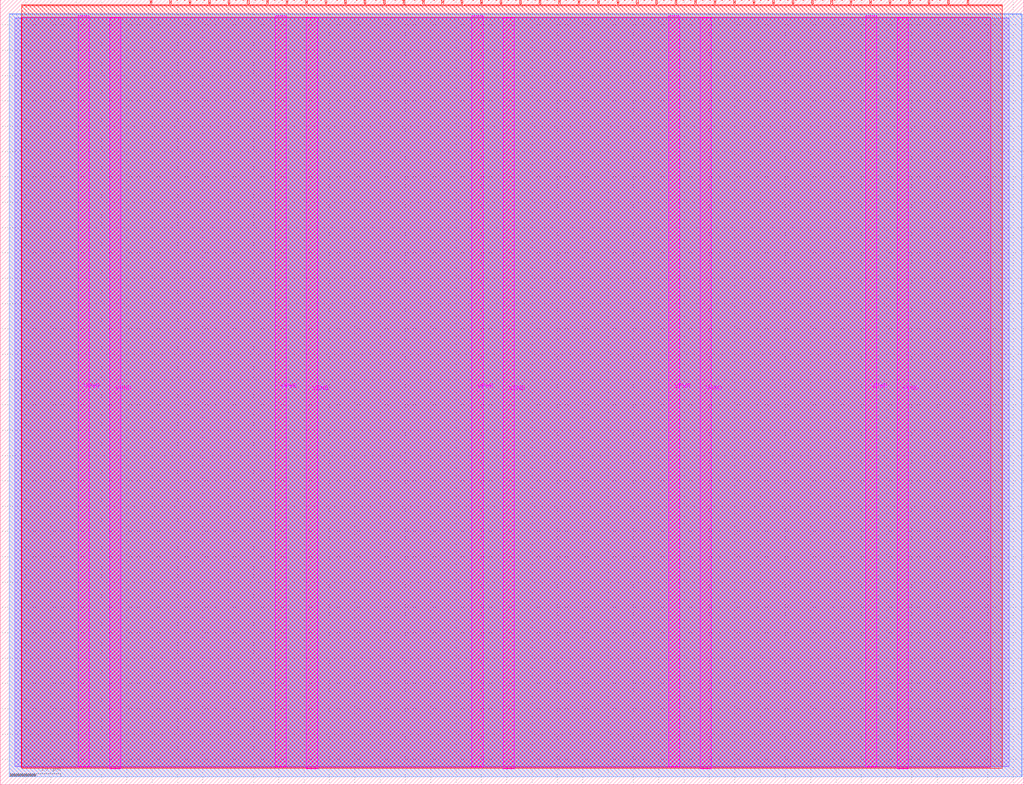
<source format=lef>
VERSION 5.7 ;
  NOWIREEXTENSIONATPIN ON ;
  DIVIDERCHAR "/" ;
  BUSBITCHARS "[]" ;
MACRO tt_um_urish_simon
  CLASS BLOCK ;
  FOREIGN tt_um_urish_simon ;
  ORIGIN 0.000 0.000 ;
  SIZE 202.080 BY 154.980 ;
  PIN VGND
    DIRECTION INOUT ;
    USE GROUND ;
    PORT
      LAYER TopMetal1 ;
        RECT 21.580 3.150 23.780 151.420 ;
    END
    PORT
      LAYER TopMetal1 ;
        RECT 60.450 3.150 62.650 151.420 ;
    END
    PORT
      LAYER TopMetal1 ;
        RECT 99.320 3.150 101.520 151.420 ;
    END
    PORT
      LAYER TopMetal1 ;
        RECT 138.190 3.150 140.390 151.420 ;
    END
    PORT
      LAYER TopMetal1 ;
        RECT 177.060 3.150 179.260 151.420 ;
    END
  END VGND
  PIN VPWR
    DIRECTION INOUT ;
    USE POWER ;
    PORT
      LAYER TopMetal1 ;
        RECT 15.380 3.560 17.580 151.830 ;
    END
    PORT
      LAYER TopMetal1 ;
        RECT 54.250 3.560 56.450 151.830 ;
    END
    PORT
      LAYER TopMetal1 ;
        RECT 93.120 3.560 95.320 151.830 ;
    END
    PORT
      LAYER TopMetal1 ;
        RECT 131.990 3.560 134.190 151.830 ;
    END
    PORT
      LAYER TopMetal1 ;
        RECT 170.860 3.560 173.060 151.830 ;
    END
  END VPWR
  PIN clk
    DIRECTION INPUT ;
    USE SIGNAL ;
    ANTENNAGATEAREA 0.226200 ;
    PORT
      LAYER Metal4 ;
        RECT 187.050 153.980 187.350 154.980 ;
    END
  END clk
  PIN ena
    DIRECTION INPUT ;
    USE SIGNAL ;
    PORT
      LAYER Metal4 ;
        RECT 190.890 153.980 191.190 154.980 ;
    END
  END ena
  PIN rst_n
    DIRECTION INPUT ;
    USE SIGNAL ;
    ANTENNAGATEAREA 0.725400 ;
    PORT
      LAYER Metal4 ;
        RECT 183.210 153.980 183.510 154.980 ;
    END
  END rst_n
  PIN ui_in[0]
    DIRECTION INPUT ;
    USE SIGNAL ;
    ANTENNAGATEAREA 0.213200 ;
    PORT
      LAYER Metal4 ;
        RECT 179.370 153.980 179.670 154.980 ;
    END
  END ui_in[0]
  PIN ui_in[1]
    DIRECTION INPUT ;
    USE SIGNAL ;
    ANTENNAGATEAREA 0.213200 ;
    PORT
      LAYER Metal4 ;
        RECT 175.530 153.980 175.830 154.980 ;
    END
  END ui_in[1]
  PIN ui_in[2]
    DIRECTION INPUT ;
    USE SIGNAL ;
    ANTENNAGATEAREA 0.213200 ;
    PORT
      LAYER Metal4 ;
        RECT 171.690 153.980 171.990 154.980 ;
    END
  END ui_in[2]
  PIN ui_in[3]
    DIRECTION INPUT ;
    USE SIGNAL ;
    ANTENNAGATEAREA 0.180700 ;
    PORT
      LAYER Metal4 ;
        RECT 167.850 153.980 168.150 154.980 ;
    END
  END ui_in[3]
  PIN ui_in[4]
    DIRECTION INPUT ;
    USE SIGNAL ;
    ANTENNAGATEAREA 0.213200 ;
    PORT
      LAYER Metal4 ;
        RECT 164.010 153.980 164.310 154.980 ;
    END
  END ui_in[4]
  PIN ui_in[5]
    DIRECTION INPUT ;
    USE SIGNAL ;
    PORT
      LAYER Metal4 ;
        RECT 160.170 153.980 160.470 154.980 ;
    END
  END ui_in[5]
  PIN ui_in[6]
    DIRECTION INPUT ;
    USE SIGNAL ;
    PORT
      LAYER Metal4 ;
        RECT 156.330 153.980 156.630 154.980 ;
    END
  END ui_in[6]
  PIN ui_in[7]
    DIRECTION INPUT ;
    USE SIGNAL ;
    ANTENNAGATEAREA 0.725400 ;
    PORT
      LAYER Metal4 ;
        RECT 152.490 153.980 152.790 154.980 ;
    END
  END ui_in[7]
  PIN uio_in[0]
    DIRECTION INPUT ;
    USE SIGNAL ;
    PORT
      LAYER Metal4 ;
        RECT 148.650 153.980 148.950 154.980 ;
    END
  END uio_in[0]
  PIN uio_in[1]
    DIRECTION INPUT ;
    USE SIGNAL ;
    PORT
      LAYER Metal4 ;
        RECT 144.810 153.980 145.110 154.980 ;
    END
  END uio_in[1]
  PIN uio_in[2]
    DIRECTION INPUT ;
    USE SIGNAL ;
    PORT
      LAYER Metal4 ;
        RECT 140.970 153.980 141.270 154.980 ;
    END
  END uio_in[2]
  PIN uio_in[3]
    DIRECTION INPUT ;
    USE SIGNAL ;
    PORT
      LAYER Metal4 ;
        RECT 137.130 153.980 137.430 154.980 ;
    END
  END uio_in[3]
  PIN uio_in[4]
    DIRECTION INPUT ;
    USE SIGNAL ;
    PORT
      LAYER Metal4 ;
        RECT 133.290 153.980 133.590 154.980 ;
    END
  END uio_in[4]
  PIN uio_in[5]
    DIRECTION INPUT ;
    USE SIGNAL ;
    PORT
      LAYER Metal4 ;
        RECT 129.450 153.980 129.750 154.980 ;
    END
  END uio_in[5]
  PIN uio_in[6]
    DIRECTION INPUT ;
    USE SIGNAL ;
    PORT
      LAYER Metal4 ;
        RECT 125.610 153.980 125.910 154.980 ;
    END
  END uio_in[6]
  PIN uio_in[7]
    DIRECTION INPUT ;
    USE SIGNAL ;
    PORT
      LAYER Metal4 ;
        RECT 121.770 153.980 122.070 154.980 ;
    END
  END uio_in[7]
  PIN uio_oe[0]
    DIRECTION OUTPUT ;
    USE SIGNAL ;
    ANTENNADIFFAREA 0.392700 ;
    PORT
      LAYER Metal4 ;
        RECT 56.490 153.980 56.790 154.980 ;
    END
  END uio_oe[0]
  PIN uio_oe[1]
    DIRECTION OUTPUT ;
    USE SIGNAL ;
    ANTENNADIFFAREA 0.392700 ;
    PORT
      LAYER Metal4 ;
        RECT 52.650 153.980 52.950 154.980 ;
    END
  END uio_oe[1]
  PIN uio_oe[2]
    DIRECTION OUTPUT ;
    USE SIGNAL ;
    ANTENNADIFFAREA 0.392700 ;
    PORT
      LAYER Metal4 ;
        RECT 48.810 153.980 49.110 154.980 ;
    END
  END uio_oe[2]
  PIN uio_oe[3]
    DIRECTION OUTPUT ;
    USE SIGNAL ;
    ANTENNADIFFAREA 0.392700 ;
    PORT
      LAYER Metal4 ;
        RECT 44.970 153.980 45.270 154.980 ;
    END
  END uio_oe[3]
  PIN uio_oe[4]
    DIRECTION OUTPUT ;
    USE SIGNAL ;
    ANTENNADIFFAREA 0.392700 ;
    PORT
      LAYER Metal4 ;
        RECT 41.130 153.980 41.430 154.980 ;
    END
  END uio_oe[4]
  PIN uio_oe[5]
    DIRECTION OUTPUT ;
    USE SIGNAL ;
    ANTENNADIFFAREA 0.392700 ;
    PORT
      LAYER Metal4 ;
        RECT 37.290 153.980 37.590 154.980 ;
    END
  END uio_oe[5]
  PIN uio_oe[6]
    DIRECTION OUTPUT ;
    USE SIGNAL ;
    ANTENNADIFFAREA 0.392700 ;
    PORT
      LAYER Metal4 ;
        RECT 33.450 153.980 33.750 154.980 ;
    END
  END uio_oe[6]
  PIN uio_oe[7]
    DIRECTION OUTPUT ;
    USE SIGNAL ;
    ANTENNADIFFAREA 0.299200 ;
    PORT
      LAYER Metal4 ;
        RECT 29.610 153.980 29.910 154.980 ;
    END
  END uio_oe[7]
  PIN uio_out[0]
    DIRECTION OUTPUT ;
    USE SIGNAL ;
    ANTENNADIFFAREA 0.632400 ;
    PORT
      LAYER Metal4 ;
        RECT 87.210 153.980 87.510 154.980 ;
    END
  END uio_out[0]
  PIN uio_out[1]
    DIRECTION OUTPUT ;
    USE SIGNAL ;
    ANTENNADIFFAREA 0.632400 ;
    PORT
      LAYER Metal4 ;
        RECT 83.370 153.980 83.670 154.980 ;
    END
  END uio_out[1]
  PIN uio_out[2]
    DIRECTION OUTPUT ;
    USE SIGNAL ;
    ANTENNADIFFAREA 0.632400 ;
    PORT
      LAYER Metal4 ;
        RECT 79.530 153.980 79.830 154.980 ;
    END
  END uio_out[2]
  PIN uio_out[3]
    DIRECTION OUTPUT ;
    USE SIGNAL ;
    ANTENNADIFFAREA 0.632400 ;
    PORT
      LAYER Metal4 ;
        RECT 75.690 153.980 75.990 154.980 ;
    END
  END uio_out[3]
  PIN uio_out[4]
    DIRECTION OUTPUT ;
    USE SIGNAL ;
    ANTENNADIFFAREA 0.632400 ;
    PORT
      LAYER Metal4 ;
        RECT 71.850 153.980 72.150 154.980 ;
    END
  END uio_out[4]
  PIN uio_out[5]
    DIRECTION OUTPUT ;
    USE SIGNAL ;
    ANTENNADIFFAREA 0.632400 ;
    PORT
      LAYER Metal4 ;
        RECT 68.010 153.980 68.310 154.980 ;
    END
  END uio_out[5]
  PIN uio_out[6]
    DIRECTION OUTPUT ;
    USE SIGNAL ;
    ANTENNADIFFAREA 0.632400 ;
    PORT
      LAYER Metal4 ;
        RECT 64.170 153.980 64.470 154.980 ;
    END
  END uio_out[6]
  PIN uio_out[7]
    DIRECTION OUTPUT ;
    USE SIGNAL ;
    ANTENNADIFFAREA 0.299200 ;
    PORT
      LAYER Metal4 ;
        RECT 60.330 153.980 60.630 154.980 ;
    END
  END uio_out[7]
  PIN uo_out[0]
    DIRECTION OUTPUT ;
    USE SIGNAL ;
    ANTENNAGATEAREA 0.109200 ;
    ANTENNADIFFAREA 0.632400 ;
    PORT
      LAYER Metal4 ;
        RECT 117.930 153.980 118.230 154.980 ;
    END
  END uo_out[0]
  PIN uo_out[1]
    DIRECTION OUTPUT ;
    USE SIGNAL ;
    ANTENNAGATEAREA 0.109200 ;
    ANTENNADIFFAREA 0.632400 ;
    PORT
      LAYER Metal4 ;
        RECT 114.090 153.980 114.390 154.980 ;
    END
  END uo_out[1]
  PIN uo_out[2]
    DIRECTION OUTPUT ;
    USE SIGNAL ;
    ANTENNAGATEAREA 0.109200 ;
    ANTENNADIFFAREA 0.632400 ;
    PORT
      LAYER Metal4 ;
        RECT 110.250 153.980 110.550 154.980 ;
    END
  END uo_out[2]
  PIN uo_out[3]
    DIRECTION OUTPUT ;
    USE SIGNAL ;
    ANTENNAGATEAREA 0.109200 ;
    ANTENNADIFFAREA 0.632400 ;
    PORT
      LAYER Metal4 ;
        RECT 106.410 153.980 106.710 154.980 ;
    END
  END uo_out[3]
  PIN uo_out[4]
    DIRECTION OUTPUT ;
    USE SIGNAL ;
    ANTENNADIFFAREA 0.708600 ;
    PORT
      LAYER Metal4 ;
        RECT 102.570 153.980 102.870 154.980 ;
    END
  END uo_out[4]
  PIN uo_out[5]
    DIRECTION OUTPUT ;
    USE SIGNAL ;
    ANTENNADIFFAREA 0.632400 ;
    PORT
      LAYER Metal4 ;
        RECT 98.730 153.980 99.030 154.980 ;
    END
  END uo_out[5]
  PIN uo_out[6]
    DIRECTION OUTPUT ;
    USE SIGNAL ;
    ANTENNADIFFAREA 0.632400 ;
    PORT
      LAYER Metal4 ;
        RECT 94.890 153.980 95.190 154.980 ;
    END
  END uo_out[6]
  PIN uo_out[7]
    DIRECTION OUTPUT ;
    USE SIGNAL ;
    ANTENNADIFFAREA 0.706800 ;
    PORT
      LAYER Metal4 ;
        RECT 91.050 153.980 91.350 154.980 ;
    END
  END uo_out[7]
  OBS
      LAYER GatPoly ;
        RECT 2.880 3.630 199.200 151.350 ;
      LAYER Metal1 ;
        RECT 2.880 3.560 199.200 151.420 ;
      LAYER Metal2 ;
        RECT 1.815 1.535 201.705 152.185 ;
      LAYER Metal3 ;
        RECT 1.775 1.580 201.745 152.145 ;
      LAYER Metal4 ;
        RECT 4.215 153.770 29.400 153.980 ;
        RECT 30.120 153.770 33.240 153.980 ;
        RECT 33.960 153.770 37.080 153.980 ;
        RECT 37.800 153.770 40.920 153.980 ;
        RECT 41.640 153.770 44.760 153.980 ;
        RECT 45.480 153.770 48.600 153.980 ;
        RECT 49.320 153.770 52.440 153.980 ;
        RECT 53.160 153.770 56.280 153.980 ;
        RECT 57.000 153.770 60.120 153.980 ;
        RECT 60.840 153.770 63.960 153.980 ;
        RECT 64.680 153.770 67.800 153.980 ;
        RECT 68.520 153.770 71.640 153.980 ;
        RECT 72.360 153.770 75.480 153.980 ;
        RECT 76.200 153.770 79.320 153.980 ;
        RECT 80.040 153.770 83.160 153.980 ;
        RECT 83.880 153.770 87.000 153.980 ;
        RECT 87.720 153.770 90.840 153.980 ;
        RECT 91.560 153.770 94.680 153.980 ;
        RECT 95.400 153.770 98.520 153.980 ;
        RECT 99.240 153.770 102.360 153.980 ;
        RECT 103.080 153.770 106.200 153.980 ;
        RECT 106.920 153.770 110.040 153.980 ;
        RECT 110.760 153.770 113.880 153.980 ;
        RECT 114.600 153.770 117.720 153.980 ;
        RECT 118.440 153.770 121.560 153.980 ;
        RECT 122.280 153.770 125.400 153.980 ;
        RECT 126.120 153.770 129.240 153.980 ;
        RECT 129.960 153.770 133.080 153.980 ;
        RECT 133.800 153.770 136.920 153.980 ;
        RECT 137.640 153.770 140.760 153.980 ;
        RECT 141.480 153.770 144.600 153.980 ;
        RECT 145.320 153.770 148.440 153.980 ;
        RECT 149.160 153.770 152.280 153.980 ;
        RECT 153.000 153.770 156.120 153.980 ;
        RECT 156.840 153.770 159.960 153.980 ;
        RECT 160.680 153.770 163.800 153.980 ;
        RECT 164.520 153.770 167.640 153.980 ;
        RECT 168.360 153.770 171.480 153.980 ;
        RECT 172.200 153.770 175.320 153.980 ;
        RECT 176.040 153.770 179.160 153.980 ;
        RECT 179.880 153.770 183.000 153.980 ;
        RECT 183.720 153.770 186.840 153.980 ;
        RECT 187.560 153.770 190.680 153.980 ;
        RECT 191.400 153.770 197.860 153.980 ;
        RECT 4.215 3.215 197.860 153.770 ;
      LAYER Metal5 ;
        RECT 4.175 3.470 195.505 151.510 ;
  END
END tt_um_urish_simon
END LIBRARY


</source>
